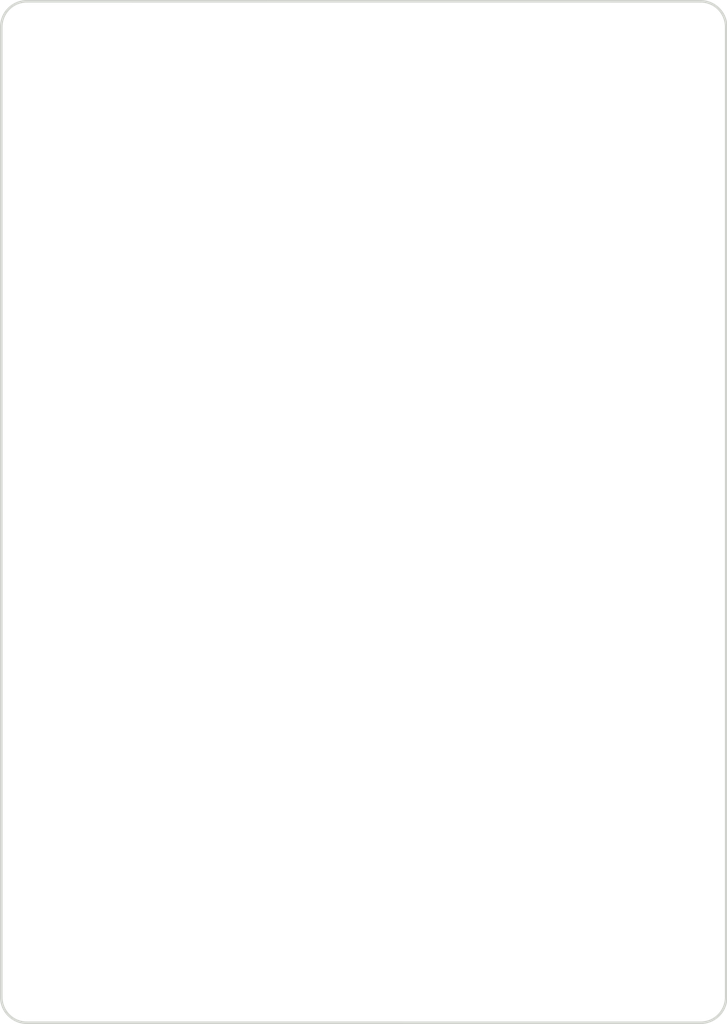
<source format=kicad_pcb>
(kicad_pcb (version 20211014) (generator pcbnew)
  (title_block (title "Ursula") (date "2021-11-25") (rev "0.4") (company "jmnw"))
  (layers (0 "F.Cu" signal) (31 "B.Cu" signal) (34 "B.Paste" user) (35 "F.Paste" user) (36 "B.SilkS" user "B.Silkscreen") (37 "F.SilkS" user "F.Silkscreen") (38 "B.Mask" user) (39 "F.Mask" user) (44 "Edge.Cuts" user))
  (net 0 "")
  (footprint "jmnw:M2_hole_2.3mm" (layer "F.Cu") (at 151.625015 101.330009)
    (fp_text reference "H10" hide)
    (fp_text value "Cover hole" hide)
    (pad "" np_thru_hole circle locked (at 0 0) (size 2.3 2.3) (drill 2.3) (layers *.Cu *.Mask))
  )
  (footprint "jmnw:M2_hole_2.3mm" (layer "F.Cu") (at 172.414269 101.331004)
    (fp_text reference "H11" hide)
    (fp_text value "Cover hole" hide)
    (pad "" np_thru_hole circle locked (at 0 0) (size 2.3 2.3) (drill 2.3) (layers *.Cu *.Mask))
  )
  (gr_arc (start 147.625192 66.476) (mid 147.918087 65.768894) (end 148.625195 65.476002) (layer "Edge.Cuts") (width 0.1))
  (gr_arc (start 148.625093 105.330225) (mid 147.917987 105.03733) (end 147.625095 104.330222) (layer "Edge.Cuts") (width 0.1))
  (gr_line (start 175.914314 104.331505) (end 175.914411 66.477283) (layer "Edge.Cuts") (width 0.1))
  (gr_line (start 148.625093 105.330225) (end 174.914311 105.331503) (layer "Edge.Cuts") (width 0.1))
  (gr_arc (start 175.914314 104.331505) (mid 175.621419 105.038611) (end 174.914311 105.331503) (layer "Edge.Cuts") (width 0.1))
  (gr_line (start 147.625095 104.330222) (end 147.625192 66.476) (layer "Edge.Cuts") (width 0.1))
  (gr_line (start 148.625195 65.476002) (end 174.914413 65.47728) (layer "Edge.Cuts") (width 0.1))
  (gr_arc (start 174.914413 65.47728) (mid 175.621519 65.770175) (end 175.914411 66.477283) (layer "Edge.Cuts") (width 0.1))
)
</source>
